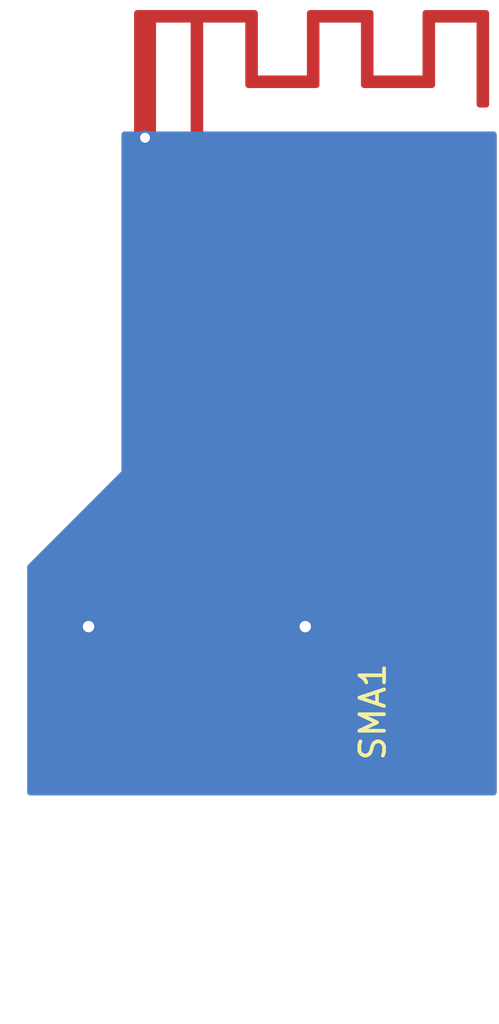
<source format=kicad_pcb>
(kicad_pcb (version 4) (host pcbnew 4.0.5)

  (general
    (links 10)
    (no_connects 0)
    (area 0 0 0 0)
    (thickness 1.6)
    (drawings 7)
    (tracks 1)
    (zones 0)
    (modules 1)
    (nets 2)
  )

  (page A4)
  (layers
    (0 F.Cu signal)
    (31 B.Cu signal)
    (32 B.Adhes user)
    (33 F.Adhes user)
    (34 B.Paste user)
    (35 F.Paste user)
    (36 B.SilkS user)
    (37 F.SilkS user)
    (38 B.Mask user)
    (39 F.Mask user)
    (40 Dwgs.User user hide)
    (41 Cmts.User user)
    (42 Eco1.User user hide)
    (43 Eco2.User user hide)
    (44 Edge.Cuts user)
    (45 Margin user)
    (46 B.CrtYd user)
    (47 F.CrtYd user)
    (48 B.Fab user)
    (49 F.Fab user)
  )

  (setup
    (last_trace_width 0.25)
    (user_trace_width 0.508)
    (user_trace_width 2.29108)
    (trace_clearance 0.2)
    (zone_clearance 0.508)
    (zone_45_only yes)
    (trace_min 0.2)
    (segment_width 0.2)
    (edge_width 0.09652)
    (via_size 0.6)
    (via_drill 0.4)
    (via_min_size 0.2794)
    (via_min_drill 0.3)
    (user_via 0.381 0.3048)
    (uvia_size 0.3)
    (uvia_drill 0.1)
    (uvias_allowed no)
    (uvia_min_size 0.2)
    (uvia_min_drill 0.1)
    (pcb_text_width 0.3)
    (pcb_text_size 1.5 1.5)
    (mod_edge_width 0.15)
    (mod_text_size 1 1)
    (mod_text_width 0.15)
    (pad_size 1.5 1.5)
    (pad_drill 0.6)
    (pad_to_mask_clearance 0)
    (aux_axis_origin 144.018 126.5047)
    (grid_origin 144.018 126.5047)
    (visible_elements 7FFFFFFF)
    (pcbplotparams
      (layerselection 0x030f0_80000001)
      (usegerberextensions false)
      (excludeedgelayer true)
      (linewidth 0.127000)
      (plotframeref false)
      (viasonmask false)
      (mode 1)
      (useauxorigin true)
      (hpglpennumber 1)
      (hpglpenspeed 20)
      (hpglpendiameter 15)
      (hpglpenoverlay 2)
      (psnegative false)
      (psa4output false)
      (plotreference true)
      (plotvalue true)
      (plotinvisibletext false)
      (padsonsilk false)
      (subtractmaskfromsilk false)
      (outputformat 1)
      (mirror false)
      (drillshape 0)
      (scaleselection 1)
      (outputdirectory ""))
  )

  (net 0 "")
  (net 1 GND)

  (net_class Default "This is the default net class."
    (clearance 0.2)
    (trace_width 0.25)
    (via_dia 0.6)
    (via_drill 0.4)
    (uvia_dia 0.3)
    (uvia_drill 0.1)
    (add_net GND)
  )

  (module Connectors_Molex:Molex_SMA_Jack_Edge_Mount (layer F.Cu) (tedit 587D2992) (tstamp 58AE1DF6)
    (at 150.876 121.412 90)
    (descr "Molex SMA Jack, Edge Mount, http://www.molex.com/pdm_docs/sd/732511150_sd.pdf")
    (tags "sma edge")
    (path /58AB8622)
    (attr smd)
    (fp_text reference SMA1 (at -1.72 7.11 90) (layer F.SilkS)
      (effects (font (size 1 1) (thickness 0.15)))
    )
    (fp_text value SMA_JPXSTEM1 (at -1.72 -7.11 90) (layer F.Fab)
      (effects (font (size 1 1) (thickness 0.15)))
    )
    (fp_line (start -4.76 -0.38) (end 0.49 -0.38) (layer F.Fab) (width 0.1))
    (fp_line (start -4.76 0.38) (end 0.49 0.38) (layer F.Fab) (width 0.1))
    (fp_line (start 0.49 -0.38) (end 0.49 0.38) (layer F.Fab) (width 0.1))
    (fp_line (start 0.49 3.75) (end 0.49 4.76) (layer F.Fab) (width 0.1))
    (fp_line (start 0.49 -4.76) (end 0.49 -3.75) (layer F.Fab) (width 0.1))
    (fp_line (start -14.29 -6.09) (end -14.29 6.09) (layer F.CrtYd) (width 0.05))
    (fp_line (start -14.29 6.09) (end 2.71 6.09) (layer F.CrtYd) (width 0.05))
    (fp_line (start 2.71 -6.09) (end 2.71 6.09) (layer B.CrtYd) (width 0.05))
    (fp_line (start -14.29 -6.09) (end 2.71 -6.09) (layer B.CrtYd) (width 0.05))
    (fp_line (start -14.29 -6.09) (end -14.29 6.09) (layer B.CrtYd) (width 0.05))
    (fp_line (start -14.29 6.09) (end 2.71 6.09) (layer B.CrtYd) (width 0.05))
    (fp_line (start 2.71 -6.09) (end 2.71 6.09) (layer F.CrtYd) (width 0.05))
    (fp_line (start 2.71 -6.09) (end -14.29 -6.09) (layer F.CrtYd) (width 0.05))
    (fp_line (start -4.76 -3.75) (end 0.49 -3.75) (layer F.Fab) (width 0.1))
    (fp_line (start -4.76 3.75) (end 0.49 3.75) (layer F.Fab) (width 0.1))
    (fp_line (start -13.79 -2.65) (end -5.91 -2.65) (layer F.Fab) (width 0.1))
    (fp_line (start -13.79 -2.65) (end -13.79 2.65) (layer F.Fab) (width 0.1))
    (fp_line (start -13.79 2.65) (end -5.91 2.65) (layer F.Fab) (width 0.1))
    (fp_line (start -4.76 -3.75) (end -4.76 3.75) (layer F.Fab) (width 0.1))
    (fp_line (start 0.49 -4.76) (end -5.91 -4.76) (layer F.Fab) (width 0.1))
    (fp_line (start -5.91 -4.76) (end -5.91 4.76) (layer F.Fab) (width 0.1))
    (fp_line (start -5.91 4.76) (end 0.49 4.76) (layer F.Fab) (width 0.1))
    (pad 1 smd rect (at -1.72 0 90) (size 5.08 2.29) (layers F.Cu F.Paste F.Mask)
      (net 1 GND))
    (pad 2 smd rect (at -1.72 -4.38 90) (size 5.08 2.42) (layers F.Cu F.Paste F.Mask)
      (net 1 GND))
    (pad 2 smd rect (at -1.72 4.38 90) (size 5.08 2.42) (layers F.Cu F.Paste F.Mask)
      (net 1 GND))
    (pad 2 smd rect (at -1.72 -4.38 90) (size 5.08 2.42) (layers B.Cu B.Paste B.Mask)
      (net 1 GND))
    (pad 2 smd rect (at -1.72 4.38 90) (size 5.08 2.42) (layers B.Cu B.Paste B.Mask)
      (net 1 GND))
    (pad 2 thru_hole circle (at 1.72 -4.38 90) (size 0.97 0.97) (drill 0.46) (layers *.Cu)
      (net 1 GND))
    (pad 2 thru_hole circle (at 1.72 4.38 90) (size 0.97 0.97) (drill 0.46) (layers *.Cu)
      (net 1 GND))
    (pad 2 smd rect (at 1.27 -4.38 90) (size 0.89 0.46) (layers F.Cu)
      (net 1 GND))
    (pad 2 smd rect (at 1.27 4.38 90) (size 0.89 0.46) (layers F.Cu)
      (net 1 GND))
    (pad 2 smd rect (at 1.27 -4.38 90) (size 0.89 0.46) (layers B.Cu)
      (net 1 GND))
    (pad 2 smd rect (at 1.27 4.38 90) (size 0.89 0.46) (layers B.Cu)
      (net 1 GND))
  )

  (gr_line (start 144.018 126.5047) (end 144.0307 126.5047) (angle 90) (layer Margin) (width 0.2))
  (gr_line (start 162.9918 126.5047) (end 144.018 126.5047) (angle 90) (layer Margin) (width 0.2))
  (gr_line (start 162.9918 94.5007) (end 162.9918 126.5047) (angle 90) (layer Margin) (width 0.2))
  (gr_line (start 147.828 94.5007) (end 162.9918 94.5007) (angle 90) (layer Margin) (width 0.2))
  (gr_line (start 147.828 113.4237) (end 147.828 94.5007) (angle 90) (layer Margin) (width 0.2))
  (gr_line (start 144.018 117.2337) (end 147.828 113.4237) (angle 90) (layer Margin) (width 0.2))
  (gr_line (start 144.018 126.5047) (end 144.018 117.2337) (angle 90) (layer Margin) (width 0.2))

  (via (at 148.7805 99.9617) (size 0.6) (drill 0.4) (layers F.Cu B.Cu) (net 0))

  (zone (net 1) (net_name GND) (layer F.Cu) (tstamp 58AE73CE) (hatch edge 0.508)
    (connect_pads yes (clearance 0.254))
    (min_thickness 0.254)
    (fill yes (mode segment) (arc_segments 16) (thermal_gap 0.508) (thermal_bridge_width 0.508))
    (polygon
      (pts
        (xy 153.3398 97.4471) (xy 155.321 97.4471) (xy 155.321 94.8055) (xy 158.0134 94.8055) (xy 158.0134 97.4471)
        (xy 159.9946 97.4471) (xy 159.9946 94.8055) (xy 162.687 94.8055) (xy 162.687 98.7425) (xy 162.179 98.7425)
        (xy 162.179 95.3135) (xy 160.5026 95.3135) (xy 160.5026 97.9551) (xy 157.5054 97.9551) (xy 157.5054 95.3135)
        (xy 155.829 95.3135) (xy 155.829 97.9551) (xy 152.8318 97.9551) (xy 152.8318 95.3135) (xy 151.13 95.3135)
        (xy 151.13 99.7077) (xy 152.019 100.7237) (xy 152.019 125.6665) (xy 149.733 125.6665) (xy 149.733 100.7237)
        (xy 150.622 99.7077) (xy 150.622 95.3135) (xy 149.225 95.3135) (xy 149.225 99.7077) (xy 150.368 99.7077)
        (xy 149.479 100.7237) (xy 149.479 125.9205) (xy 152.273 125.9205) (xy 152.273 100.7237) (xy 151.384 99.7077)
        (xy 162.9918 99.7077) (xy 162.9918 126.5047) (xy 144.018 126.5047) (xy 144.018 117.2337) (xy 147.828 113.4237)
        (xy 147.828 99.7077) (xy 148.336 99.7077) (xy 148.336 94.8055) (xy 153.3398 94.8055)
      )
    )
    (filled_polygon
      (pts
        (xy 153.2128 97.4471) (xy 153.222806 97.49651) (xy 153.251247 97.538135) (xy 153.293641 97.565415) (xy 153.3398 97.5741)
        (xy 155.321 97.5741) (xy 155.37041 97.564094) (xy 155.412035 97.535653) (xy 155.439315 97.493259) (xy 155.448 97.4471)
        (xy 155.448 94.9325) (xy 157.8864 94.9325) (xy 157.8864 97.4471) (xy 157.896406 97.49651) (xy 157.924847 97.538135)
        (xy 157.967241 97.565415) (xy 158.0134 97.5741) (xy 159.9946 97.5741) (xy 160.04401 97.564094) (xy 160.085635 97.535653)
        (xy 160.112915 97.493259) (xy 160.1216 97.4471) (xy 160.1216 94.9325) (xy 162.56 94.9325) (xy 162.56 98.6155)
        (xy 162.306 98.6155) (xy 162.306 95.3135) (xy 162.295994 95.26409) (xy 162.267553 95.222465) (xy 162.225159 95.195185)
        (xy 162.179 95.1865) (xy 160.5026 95.1865) (xy 160.45319 95.196506) (xy 160.411565 95.224947) (xy 160.384285 95.267341)
        (xy 160.3756 95.3135) (xy 160.3756 97.8281) (xy 157.6324 97.8281) (xy 157.6324 95.3135) (xy 157.622394 95.26409)
        (xy 157.593953 95.222465) (xy 157.551559 95.195185) (xy 157.5054 95.1865) (xy 155.829 95.1865) (xy 155.77959 95.196506)
        (xy 155.737965 95.224947) (xy 155.710685 95.267341) (xy 155.702 95.3135) (xy 155.702 97.8281) (xy 152.9588 97.8281)
        (xy 152.9588 95.3135) (xy 152.948794 95.26409) (xy 152.920353 95.222465) (xy 152.877959 95.195185) (xy 152.8318 95.1865)
        (xy 151.13 95.1865) (xy 151.08059 95.196506) (xy 151.038965 95.224947) (xy 151.011685 95.267341) (xy 151.003 95.3135)
        (xy 151.003 99.7077) (xy 151.013006 99.75711) (xy 151.034423 99.79133) (xy 151.892 100.771418) (xy 151.892 125.5395)
        (xy 149.86 125.5395) (xy 149.86 100.771418) (xy 150.717577 99.79133) (xy 150.742584 99.747556) (xy 150.749 99.7077)
        (xy 150.749 95.3135) (xy 150.738994 95.26409) (xy 150.710553 95.222465) (xy 150.668159 95.195185) (xy 150.622 95.1865)
        (xy 149.225 95.1865) (xy 149.17559 95.196506) (xy 149.133965 95.224947) (xy 149.106685 95.267341) (xy 149.098 95.3135)
        (xy 149.098 99.7077) (xy 149.108006 99.75711) (xy 149.136447 99.798735) (xy 149.178841 99.826015) (xy 149.225 99.8347)
        (xy 150.088122 99.8347) (xy 149.383423 100.64007) (xy 149.358416 100.683844) (xy 149.352 100.7237) (xy 149.352 125.9205)
        (xy 149.362006 125.96991) (xy 149.390447 126.011535) (xy 149.432841 126.038815) (xy 149.479 126.0475) (xy 152.273 126.0475)
        (xy 152.32241 126.037494) (xy 152.364035 126.009053) (xy 152.391315 125.966659) (xy 152.4 125.9205) (xy 152.4 100.7237)
        (xy 152.389994 100.67429) (xy 152.368577 100.64007) (xy 151.663878 99.8347) (xy 162.8648 99.8347) (xy 162.8648 126.3777)
        (xy 144.145 126.3777) (xy 144.145 117.286306) (xy 147.917803 113.513503) (xy 147.945666 113.471489) (xy 147.955 113.4237)
        (xy 147.955 99.8347) (xy 148.336 99.8347) (xy 148.38541 99.824694) (xy 148.427035 99.796253) (xy 148.454315 99.753859)
        (xy 148.463 99.7077) (xy 148.463 94.9325) (xy 153.2128 94.9325)
      )
    )
    (fill_segments
      (pts (xy 153.2128 94.9325) (xy 148.463 94.9325))
      (pts (xy 157.8864 94.9325) (xy 155.448 94.9325))
      (pts (xy 162.56 94.9325) (xy 160.1216 94.9325))
      (pts (xy 153.2128 95.1357) (xy 148.463 95.1357))
      (pts (xy 157.8864 95.1357) (xy 155.448 95.1357))
      (pts (xy 162.56 95.1357) (xy 160.1216 95.1357))
      (pts (xy 149.098 95.3389) (xy 148.463 95.3389))
      (pts (xy 151.003 95.3389) (xy 150.749 95.3389))
      (pts (xy 153.2128 95.3389) (xy 152.9588 95.3389))
      (pts (xy 155.702 95.3389) (xy 155.448 95.3389))
      (pts (xy 157.8864 95.3389) (xy 157.6324 95.3389))
      (pts (xy 160.3756 95.3389) (xy 160.1216 95.3389))
      (pts (xy 162.56 95.3389) (xy 162.306 95.3389))
      (pts (xy 149.098 95.5421) (xy 148.463 95.5421))
      (pts (xy 151.003 95.5421) (xy 150.749 95.5421))
      (pts (xy 153.2128 95.5421) (xy 152.9588 95.5421))
      (pts (xy 155.702 95.5421) (xy 155.448 95.5421))
      (pts (xy 157.8864 95.5421) (xy 157.6324 95.5421))
      (pts (xy 160.3756 95.5421) (xy 160.1216 95.5421))
      (pts (xy 162.56 95.5421) (xy 162.306 95.5421))
      (pts (xy 149.098 95.7453) (xy 148.463 95.7453))
      (pts (xy 151.003 95.7453) (xy 150.749 95.7453))
      (pts (xy 153.2128 95.7453) (xy 152.9588 95.7453))
      (pts (xy 155.702 95.7453) (xy 155.448 95.7453))
      (pts (xy 157.8864 95.7453) (xy 157.6324 95.7453))
      (pts (xy 160.3756 95.7453) (xy 160.1216 95.7453))
      (pts (xy 162.56 95.7453) (xy 162.306 95.7453))
      (pts (xy 149.098 95.9485) (xy 148.463 95.9485))
      (pts (xy 151.003 95.9485) (xy 150.749 95.9485))
      (pts (xy 153.2128 95.9485) (xy 152.9588 95.9485))
      (pts (xy 155.702 95.9485) (xy 155.448 95.9485))
      (pts (xy 157.8864 95.9485) (xy 157.6324 95.9485))
      (pts (xy 160.3756 95.9485) (xy 160.1216 95.9485))
      (pts (xy 162.56 95.9485) (xy 162.306 95.9485))
      (pts (xy 149.098 96.1517) (xy 148.463 96.1517))
      (pts (xy 151.003 96.1517) (xy 150.749 96.1517))
      (pts (xy 153.2128 96.1517) (xy 152.9588 96.1517))
      (pts (xy 155.702 96.1517) (xy 155.448 96.1517))
      (pts (xy 157.8864 96.1517) (xy 157.6324 96.1517))
      (pts (xy 160.3756 96.1517) (xy 160.1216 96.1517))
      (pts (xy 162.56 96.1517) (xy 162.306 96.1517))
      (pts (xy 149.098 96.3549) (xy 148.463 96.3549))
      (pts (xy 151.003 96.3549) (xy 150.749 96.3549))
      (pts (xy 153.2128 96.3549) (xy 152.9588 96.3549))
      (pts (xy 155.702 96.3549) (xy 155.448 96.3549))
      (pts (xy 157.8864 96.3549) (xy 157.6324 96.3549))
      (pts (xy 160.3756 96.3549) (xy 160.1216 96.3549))
      (pts (xy 162.56 96.3549) (xy 162.306 96.3549))
      (pts (xy 149.098 96.5581) (xy 148.463 96.5581))
      (pts (xy 151.003 96.5581) (xy 150.749 96.5581))
      (pts (xy 153.2128 96.5581) (xy 152.9588 96.5581))
      (pts (xy 155.702 96.5581) (xy 155.448 96.5581))
      (pts (xy 157.8864 96.5581) (xy 157.6324 96.5581))
      (pts (xy 160.3756 96.5581) (xy 160.1216 96.5581))
      (pts (xy 162.56 96.5581) (xy 162.306 96.5581))
      (pts (xy 149.098 96.7613) (xy 148.463 96.7613))
      (pts (xy 151.003 96.7613) (xy 150.749 96.7613))
      (pts (xy 153.2128 96.7613) (xy 152.9588 96.7613))
      (pts (xy 155.702 96.7613) (xy 155.448 96.7613))
      (pts (xy 157.8864 96.7613) (xy 157.6324 96.7613))
      (pts (xy 160.3756 96.7613) (xy 160.1216 96.7613))
      (pts (xy 162.56 96.7613) (xy 162.306 96.7613))
      (pts (xy 149.098 96.9645) (xy 148.463 96.9645))
      (pts (xy 151.003 96.9645) (xy 150.749 96.9645))
      (pts (xy 153.2128 96.9645) (xy 152.9588 96.9645))
      (pts (xy 155.702 96.9645) (xy 155.448 96.9645))
      (pts (xy 157.8864 96.9645) (xy 157.6324 96.9645))
      (pts (xy 160.3756 96.9645) (xy 160.1216 96.9645))
      (pts (xy 162.56 96.9645) (xy 162.306 96.9645))
      (pts (xy 149.098 97.1677) (xy 148.463 97.1677))
      (pts (xy 151.003 97.1677) (xy 150.749 97.1677))
      (pts (xy 153.2128 97.1677) (xy 152.9588 97.1677))
      (pts (xy 155.702 97.1677) (xy 155.448 97.1677))
      (pts (xy 157.8864 97.1677) (xy 157.6324 97.1677))
      (pts (xy 160.3756 97.1677) (xy 160.1216 97.1677))
      (pts (xy 162.56 97.1677) (xy 162.306 97.1677))
      (pts (xy 149.098 97.3709) (xy 148.463 97.3709))
      (pts (xy 151.003 97.3709) (xy 150.749 97.3709))
      (pts (xy 153.2128 97.3709) (xy 152.9588 97.3709))
      (pts (xy 155.702 97.3709) (xy 155.448 97.3709))
      (pts (xy 157.8864 97.3709) (xy 157.6324 97.3709))
      (pts (xy 160.3756 97.3709) (xy 160.1216 97.3709))
      (pts (xy 162.56 97.3709) (xy 162.306 97.3709))
      (pts (xy 149.098 97.5741) (xy 148.463 97.5741))
      (pts (xy 151.003 97.5741) (xy 150.749 97.5741))
      (pts (xy 155.702 97.5741) (xy 152.9588 97.5741))
      (pts (xy 160.3756 97.5741) (xy 157.6324 97.5741))
      (pts (xy 162.56 97.5741) (xy 162.306 97.5741))
      (pts (xy 149.098 97.7773) (xy 148.463 97.7773))
      (pts (xy 151.003 97.7773) (xy 150.749 97.7773))
      (pts (xy 155.702 97.7773) (xy 152.9588 97.7773))
      (pts (xy 160.3756 97.7773) (xy 157.6324 97.7773))
      (pts (xy 162.56 97.7773) (xy 162.306 97.7773))
      (pts (xy 149.098 97.9805) (xy 148.463 97.9805))
      (pts (xy 151.003 97.9805) (xy 150.749 97.9805))
      (pts (xy 162.56 97.9805) (xy 162.306 97.9805))
      (pts (xy 149.098 98.1837) (xy 148.463 98.1837))
      (pts (xy 151.003 98.1837) (xy 150.749 98.1837))
      (pts (xy 162.56 98.1837) (xy 162.306 98.1837))
      (pts (xy 149.098 98.3869) (xy 148.463 98.3869))
      (pts (xy 151.003 98.3869) (xy 150.749 98.3869))
      (pts (xy 162.56 98.3869) (xy 162.306 98.3869))
      (pts (xy 149.098 98.5901) (xy 148.463 98.5901))
      (pts (xy 151.003 98.5901) (xy 150.749 98.5901))
      (pts (xy 162.56 98.5901) (xy 162.306 98.5901))
      (pts (xy 149.098 98.7933) (xy 148.463 98.7933))
      (pts (xy 151.003 98.7933) (xy 150.749 98.7933))
      (pts (xy 149.098 98.9965) (xy 148.463 98.9965))
      (pts (xy 151.003 98.9965) (xy 150.749 98.9965))
      (pts (xy 149.098 99.1997) (xy 148.463 99.1997))
      (pts (xy 151.003 99.1997) (xy 150.749 99.1997))
      (pts (xy 149.098 99.4029) (xy 148.463 99.4029))
      (pts (xy 151.003 99.4029) (xy 150.749 99.4029))
      (pts (xy 149.098 99.6061) (xy 148.463 99.6061))
      (pts (xy 151.003 99.6061) (xy 150.749 99.6061))
      (pts (xy 149.152865 99.8093) (xy 148.407939 99.8093))
      (pts (xy 151.050146 99.8093) (xy 150.701853 99.8093))
      (pts (xy 149.932547 100.0125) (xy 147.955 100.0125))
      (pts (xy 151.227946 100.0125) (xy 150.524053 100.0125))
      (pts (xy 162.8648 100.0125) (xy 151.819454 100.0125))
      (pts (xy 149.754747 100.2157) (xy 147.955 100.2157))
      (pts (xy 151.405746 100.2157) (xy 150.346253 100.2157))
      (pts (xy 162.8648 100.2157) (xy 151.997254 100.2157))
      (pts (xy 149.576947 100.4189) (xy 147.955 100.4189))
      (pts (xy 151.583546 100.4189) (xy 150.168453 100.4189))
      (pts (xy 162.8648 100.4189) (xy 152.175054 100.4189))
      (pts (xy 149.399147 100.6221) (xy 147.955 100.6221))
      (pts (xy 151.761346 100.6221) (xy 149.990653 100.6221))
      (pts (xy 162.8648 100.6221) (xy 152.352854 100.6221))
      (pts (xy 149.352 100.8253) (xy 147.955 100.8253))
      (pts (xy 151.892 100.8253) (xy 149.86 100.8253))
      (pts (xy 162.8648 100.8253) (xy 152.4 100.8253))
      (pts (xy 149.352 101.0285) (xy 147.955 101.0285))
      (pts (xy 151.892 101.0285) (xy 149.86 101.0285))
      (pts (xy 162.8648 101.0285) (xy 152.4 101.0285))
      (pts (xy 149.352 101.2317) (xy 147.955 101.2317))
      (pts (xy 151.892 101.2317) (xy 149.86 101.2317))
      (pts (xy 162.8648 101.2317) (xy 152.4 101.2317))
      (pts (xy 149.352 101.4349) (xy 147.955 101.4349))
      (pts (xy 151.892 101.4349) (xy 149.86 101.4349))
      (pts (xy 162.8648 101.4349) (xy 152.4 101.4349))
      (pts (xy 149.352 101.6381) (xy 147.955 101.6381))
      (pts (xy 151.892 101.6381) (xy 149.86 101.6381))
      (pts (xy 162.8648 101.6381) (xy 152.4 101.6381))
      (pts (xy 149.352 101.8413) (xy 147.955 101.8413))
      (pts (xy 151.892 101.8413) (xy 149.86 101.8413))
      (pts (xy 162.8648 101.8413) (xy 152.4 101.8413))
      (pts (xy 149.352 102.0445) (xy 147.955 102.0445))
      (pts (xy 151.892 102.0445) (xy 149.86 102.0445))
      (pts (xy 162.8648 102.0445) (xy 152.4 102.0445))
      (pts (xy 149.352 102.2477) (xy 147.955 102.2477))
      (pts (xy 151.892 102.2477) (xy 149.86 102.2477))
      (pts (xy 162.8648 102.2477) (xy 152.4 102.2477))
      (pts (xy 149.352 102.4509) (xy 147.955 102.4509))
      (pts (xy 151.892 102.4509) (xy 149.86 102.4509))
      (pts (xy 162.8648 102.4509) (xy 152.4 102.4509))
      (pts (xy 149.352 102.6541) (xy 147.955 102.6541))
      (pts (xy 151.892 102.6541) (xy 149.86 102.6541))
      (pts (xy 162.8648 102.6541) (xy 152.4 102.6541))
      (pts (xy 149.352 102.8573) (xy 147.955 102.8573))
      (pts (xy 151.892 102.8573) (xy 149.86 102.8573))
      (pts (xy 162.8648 102.8573) (xy 152.4 102.8573))
      (pts (xy 149.352 103.0605) (xy 147.955 103.0605))
      (pts (xy 151.892 103.0605) (xy 149.86 103.0605))
      (pts (xy 162.8648 103.0605) (xy 152.4 103.0605))
      (pts (xy 149.352 103.2637) (xy 147.955 103.2637))
      (pts (xy 151.892 103.2637) (xy 149.86 103.2637))
      (pts (xy 162.8648 103.2637) (xy 152.4 103.2637))
      (pts (xy 149.352 103.4669) (xy 147.955 103.4669))
      (pts (xy 151.892 103.4669) (xy 149.86 103.4669))
      (pts (xy 162.8648 103.4669) (xy 152.4 103.4669))
      (pts (xy 149.352 103.6701) (xy 147.955 103.6701))
      (pts (xy 151.892 103.6701) (xy 149.86 103.6701))
      (pts (xy 162.8648 103.6701) (xy 152.4 103.6701))
      (pts (xy 149.352 103.8733) (xy 147.955 103.8733))
      (pts (xy 151.892 103.8733) (xy 149.86 103.8733))
      (pts (xy 162.8648 103.8733) (xy 152.4 103.8733))
      (pts (xy 149.352 104.0765) (xy 147.955 104.0765))
      (pts (xy 151.892 104.0765) (xy 149.86 104.0765))
      (pts (xy 162.8648 104.0765) (xy 152.4 104.0765))
      (pts (xy 149.352 104.2797) (xy 147.955 104.2797))
      (pts (xy 151.892 104.2797) (xy 149.86 104.2797))
      (pts (xy 162.8648 104.2797) (xy 152.4 104.2797))
      (pts (xy 149.352 104.4829) (xy 147.955 104.4829))
      (pts (xy 151.892 104.4829) (xy 149.86 104.4829))
      (pts (xy 162.8648 104.4829) (xy 152.4 104.4829))
      (pts (xy 149.352 104.6861) (xy 147.955 104.6861))
      (pts (xy 151.892 104.6861) (xy 149.86 104.6861))
      (pts (xy 162.8648 104.6861) (xy 152.4 104.6861))
      (pts (xy 149.352 104.8893) (xy 147.955 104.8893))
      (pts (xy 151.892 104.8893) (xy 149.86 104.8893))
      (pts (xy 162.8648 104.8893) (xy 152.4 104.8893))
      (pts (xy 149.352 105.0925) (xy 147.955 105.0925))
      (pts (xy 151.892 105.0925) (xy 149.86 105.0925))
      (pts (xy 162.8648 105.0925) (xy 152.4 105.0925))
      (pts (xy 149.352 105.2957) (xy 147.955 105.2957))
      (pts (xy 151.892 105.2957) (xy 149.86 105.2957))
      (pts (xy 162.8648 105.2957) (xy 152.4 105.2957))
      (pts (xy 149.352 105.4989) (xy 147.955 105.4989))
      (pts (xy 151.892 105.4989) (xy 149.86 105.4989))
      (pts (xy 162.8648 105.4989) (xy 152.4 105.4989))
      (pts (xy 149.352 105.7021) (xy 147.955 105.7021))
      (pts (xy 151.892 105.7021) (xy 149.86 105.7021))
      (pts (xy 162.8648 105.7021) (xy 152.4 105.7021))
      (pts (xy 149.352 105.9053) (xy 147.955 105.9053))
      (pts (xy 151.892 105.9053) (xy 149.86 105.9053))
      (pts (xy 162.8648 105.9053) (xy 152.4 105.9053))
      (pts (xy 149.352 106.1085) (xy 147.955 106.1085))
      (pts (xy 151.892 106.1085) (xy 149.86 106.1085))
      (pts (xy 162.8648 106.1085) (xy 152.4 106.1085))
      (pts (xy 149.352 106.3117) (xy 147.955 106.3117))
      (pts (xy 151.892 106.3117) (xy 149.86 106.3117))
      (pts (xy 162.8648 106.3117) (xy 152.4 106.3117))
      (pts (xy 149.352 106.5149) (xy 147.955 106.5149))
      (pts (xy 151.892 106.5149) (xy 149.86 106.5149))
      (pts (xy 162.8648 106.5149) (xy 152.4 106.5149))
      (pts (xy 149.352 106.7181) (xy 147.955 106.7181))
      (pts (xy 151.892 106.7181) (xy 149.86 106.7181))
      (pts (xy 162.8648 106.7181) (xy 152.4 106.7181))
      (pts (xy 149.352 106.9213) (xy 147.955 106.9213))
      (pts (xy 151.892 106.9213) (xy 149.86 106.9213))
      (pts (xy 162.8648 106.9213) (xy 152.4 106.9213))
      (pts (xy 149.352 107.1245) (xy 147.955 107.1245))
      (pts (xy 151.892 107.1245) (xy 149.86 107.1245))
      (pts (xy 162.8648 107.1245) (xy 152.4 107.1245))
      (pts (xy 149.352 107.3277) (xy 147.955 107.3277))
      (pts (xy 151.892 107.3277) (xy 149.86 107.3277))
      (pts (xy 162.8648 107.3277) (xy 152.4 107.3277))
      (pts (xy 149.352 107.5309) (xy 147.955 107.5309))
      (pts (xy 151.892 107.5309) (xy 149.86 107.5309))
      (pts (xy 162.8648 107.5309) (xy 152.4 107.5309))
      (pts (xy 149.352 107.7341) (xy 147.955 107.7341))
      (pts (xy 151.892 107.7341) (xy 149.86 107.7341))
      (pts (xy 162.8648 107.7341) (xy 152.4 107.7341))
      (pts (xy 149.352 107.9373) (xy 147.955 107.9373))
      (pts (xy 151.892 107.9373) (xy 149.86 107.9373))
      (pts (xy 162.8648 107.9373) (xy 152.4 107.9373))
      (pts (xy 149.352 108.1405) (xy 147.955 108.1405))
      (pts (xy 151.892 108.1405) (xy 149.86 108.1405))
      (pts (xy 162.8648 108.1405) (xy 152.4 108.1405))
      (pts (xy 149.352 108.3437) (xy 147.955 108.3437))
      (pts (xy 151.892 108.3437) (xy 149.86 108.3437))
      (pts (xy 162.8648 108.3437) (xy 152.4 108.3437))
      (pts (xy 149.352 108.5469) (xy 147.955 108.5469))
      (pts (xy 151.892 108.5469) (xy 149.86 108.5469))
      (pts (xy 162.8648 108.5469) (xy 152.4 108.5469))
      (pts (xy 149.352 108.7501) (xy 147.955 108.7501))
      (pts (xy 151.892 108.7501) (xy 149.86 108.7501))
      (pts (xy 162.8648 108.7501) (xy 152.4 108.7501))
      (pts (xy 149.352 108.9533) (xy 147.955 108.9533))
      (pts (xy 151.892 108.9533) (xy 149.86 108.9533))
      (pts (xy 162.8648 108.9533) (xy 152.4 108.9533))
      (pts (xy 149.352 109.1565) (xy 147.955 109.1565))
      (pts (xy 151.892 109.1565) (xy 149.86 109.1565))
      (pts (xy 162.8648 109.1565) (xy 152.4 109.1565))
      (pts (xy 149.352 109.3597) (xy 147.955 109.3597))
      (pts (xy 151.892 109.3597) (xy 149.86 109.3597))
      (pts (xy 162.8648 109.3597) (xy 152.4 109.3597))
      (pts (xy 149.352 109.5629) (xy 147.955 109.5629))
      (pts (xy 151.892 109.5629) (xy 149.86 109.5629))
      (pts (xy 162.8648 109.5629) (xy 152.4 109.5629))
      (pts (xy 149.352 109.7661) (xy 147.955 109.7661))
      (pts (xy 151.892 109.7661) (xy 149.86 109.7661))
      (pts (xy 162.8648 109.7661) (xy 152.4 109.7661))
      (pts (xy 149.352 109.9693) (xy 147.955 109.9693))
      (pts (xy 151.892 109.9693) (xy 149.86 109.9693))
      (pts (xy 162.8648 109.9693) (xy 152.4 109.9693))
      (pts (xy 149.352 110.1725) (xy 147.955 110.1725))
      (pts (xy 151.892 110.1725) (xy 149.86 110.1725))
      (pts (xy 162.8648 110.1725) (xy 152.4 110.1725))
      (pts (xy 149.352 110.3757) (xy 147.955 110.3757))
      (pts (xy 151.892 110.3757) (xy 149.86 110.3757))
      (pts (xy 162.8648 110.3757) (xy 152.4 110.3757))
      (pts (xy 149.352 110.5789) (xy 147.955 110.5789))
      (pts (xy 151.892 110.5789) (xy 149.86 110.5789))
      (pts (xy 162.8648 110.5789) (xy 152.4 110.5789))
      (pts (xy 149.352 110.7821) (xy 147.955 110.7821))
      (pts (xy 151.892 110.7821) (xy 149.86 110.7821))
      (pts (xy 162.8648 110.7821) (xy 152.4 110.7821))
      (pts (xy 149.352 110.9853) (xy 147.955 110.9853))
      (pts (xy 151.892 110.9853) (xy 149.86 110.9853))
      (pts (xy 162.8648 110.9853) (xy 152.4 110.9853))
      (pts (xy 149.352 111.1885) (xy 147.955 111.1885))
      (pts (xy 151.892 111.1885) (xy 149.86 111.1885))
      (pts (xy 162.8648 111.1885) (xy 152.4 111.1885))
      (pts (xy 149.352 111.3917) (xy 147.955 111.3917))
      (pts (xy 151.892 111.3917) (xy 149.86 111.3917))
      (pts (xy 162.8648 111.3917) (xy 152.4 111.3917))
      (pts (xy 149.352 111.5949) (xy 147.955 111.5949))
      (pts (xy 151.892 111.5949) (xy 149.86 111.5949))
      (pts (xy 162.8648 111.5949) (xy 152.4 111.5949))
      (pts (xy 149.352 111.7981) (xy 147.955 111.7981))
      (pts (xy 151.892 111.7981) (xy 149.86 111.7981))
      (pts (xy 162.8648 111.7981) (xy 152.4 111.7981))
      (pts (xy 149.352 112.0013) (xy 147.955 112.0013))
      (pts (xy 151.892 112.0013) (xy 149.86 112.0013))
      (pts (xy 162.8648 112.0013) (xy 152.4 112.0013))
      (pts (xy 149.352 112.2045) (xy 147.955 112.2045))
      (pts (xy 151.892 112.2045) (xy 149.86 112.2045))
      (pts (xy 162.8648 112.2045) (xy 152.4 112.2045))
      (pts (xy 149.352 112.4077) (xy 147.955 112.4077))
      (pts (xy 151.892 112.4077) (xy 149.86 112.4077))
      (pts (xy 162.8648 112.4077) (xy 152.4 112.4077))
      (pts (xy 149.352 112.6109) (xy 147.955 112.6109))
      (pts (xy 151.892 112.6109) (xy 149.86 112.6109))
      (pts (xy 162.8648 112.6109) (xy 152.4 112.6109))
      (pts (xy 149.352 112.8141) (xy 147.955 112.8141))
      (pts (xy 151.892 112.8141) (xy 149.86 112.8141))
      (pts (xy 162.8648 112.8141) (xy 152.4 112.8141))
      (pts (xy 149.352 113.0173) (xy 147.955 113.0173))
      (pts (xy 151.892 113.0173) (xy 149.86 113.0173))
      (pts (xy 162.8648 113.0173) (xy 152.4 113.0173))
      (pts (xy 149.352 113.2205) (xy 147.955 113.2205))
      (pts (xy 151.892 113.2205) (xy 149.86 113.2205))
      (pts (xy 162.8648 113.2205) (xy 152.4 113.2205))
      (pts (xy 149.352 113.4237) (xy 147.955 113.4237))
      (pts (xy 151.892 113.4237) (xy 149.86 113.4237))
      (pts (xy 162.8648 113.4237) (xy 152.4 113.4237))
      (pts (xy 149.352 113.6269) (xy 147.804406 113.6269))
      (pts (xy 151.892 113.6269) (xy 149.86 113.6269))
      (pts (xy 162.8648 113.6269) (xy 152.4 113.6269))
      (pts (xy 149.352 113.8301) (xy 147.601206 113.8301))
      (pts (xy 151.892 113.8301) (xy 149.86 113.8301))
      (pts (xy 162.8648 113.8301) (xy 152.4 113.8301))
      (pts (xy 149.352 114.0333) (xy 147.398006 114.0333))
      (pts (xy 151.892 114.0333) (xy 149.86 114.0333))
      (pts (xy 162.8648 114.0333) (xy 152.4 114.0333))
      (pts (xy 149.352 114.2365) (xy 147.194806 114.2365))
      (pts (xy 151.892 114.2365) (xy 149.86 114.2365))
      (pts (xy 162.8648 114.2365) (xy 152.4 114.2365))
      (pts (xy 149.352 114.4397) (xy 146.991606 114.4397))
      (pts (xy 151.892 114.4397) (xy 149.86 114.4397))
      (pts (xy 162.8648 114.4397) (xy 152.4 114.4397))
      (pts (xy 149.352 114.6429) (xy 146.788406 114.6429))
      (pts (xy 151.892 114.6429) (xy 149.86 114.6429))
      (pts (xy 162.8648 114.6429) (xy 152.4 114.6429))
      (pts (xy 149.352 114.8461) (xy 146.585206 114.8461))
      (pts (xy 151.892 114.8461) (xy 149.86 114.8461))
      (pts (xy 162.8648 114.8461) (xy 152.4 114.8461))
      (pts (xy 149.352 115.0493) (xy 146.382006 115.0493))
      (pts (xy 151.892 115.0493) (xy 149.86 115.0493))
      (pts (xy 162.8648 115.0493) (xy 152.4 115.0493))
      (pts (xy 149.352 115.2525) (xy 146.178806 115.2525))
      (pts (xy 151.892 115.2525) (xy 149.86 115.2525))
      (pts (xy 162.8648 115.2525) (xy 152.4 115.2525))
      (pts (xy 149.352 115.4557) (xy 145.975606 115.4557))
      (pts (xy 151.892 115.4557) (xy 149.86 115.4557))
      (pts (xy 162.8648 115.4557) (xy 152.4 115.4557))
      (pts (xy 149.352 115.6589) (xy 145.772406 115.6589))
      (pts (xy 151.892 115.6589) (xy 149.86 115.6589))
      (pts (xy 162.8648 115.6589) (xy 152.4 115.6589))
      (pts (xy 149.352 115.8621) (xy 145.569206 115.8621))
      (pts (xy 151.892 115.8621) (xy 149.86 115.8621))
      (pts (xy 162.8648 115.8621) (xy 152.4 115.8621))
      (pts (xy 149.352 116.0653) (xy 145.366006 116.0653))
      (pts (xy 151.892 116.0653) (xy 149.86 116.0653))
      (pts (xy 162.8648 116.0653) (xy 152.4 116.0653))
      (pts (xy 149.352 116.2685) (xy 145.162806 116.2685))
      (pts (xy 151.892 116.2685) (xy 149.86 116.2685))
      (pts (xy 162.8648 116.2685) (xy 152.4 116.2685))
      (pts (xy 149.352 116.4717) (xy 144.959606 116.4717))
      (pts (xy 151.892 116.4717) (xy 149.86 116.4717))
      (pts (xy 162.8648 116.4717) (xy 152.4 116.4717))
      (pts (xy 149.352 116.6749) (xy 144.756406 116.6749))
      (pts (xy 151.892 116.6749) (xy 149.86 116.6749))
      (pts (xy 162.8648 116.6749) (xy 152.4 116.6749))
      (pts (xy 149.352 116.8781) (xy 144.553206 116.8781))
      (pts (xy 151.892 116.8781) (xy 149.86 116.8781))
      (pts (xy 162.8648 116.8781) (xy 152.4 116.8781))
      (pts (xy 149.352 117.0813) (xy 144.350006 117.0813))
      (pts (xy 151.892 117.0813) (xy 149.86 117.0813))
      (pts (xy 162.8648 117.0813) (xy 152.4 117.0813))
      (pts (xy 149.352 117.2845) (xy 144.146806 117.2845))
      (pts (xy 151.892 117.2845) (xy 149.86 117.2845))
      (pts (xy 162.8648 117.2845) (xy 152.4 117.2845))
      (pts (xy 149.352 117.4877) (xy 144.145 117.4877))
      (pts (xy 151.892 117.4877) (xy 149.86 117.4877))
      (pts (xy 162.8648 117.4877) (xy 152.4 117.4877))
      (pts (xy 149.352 117.6909) (xy 144.145 117.6909))
      (pts (xy 151.892 117.6909) (xy 149.86 117.6909))
      (pts (xy 162.8648 117.6909) (xy 152.4 117.6909))
      (pts (xy 149.352 117.8941) (xy 144.145 117.8941))
      (pts (xy 151.892 117.8941) (xy 149.86 117.8941))
      (pts (xy 162.8648 117.8941) (xy 152.4 117.8941))
      (pts (xy 149.352 118.0973) (xy 144.145 118.0973))
      (pts (xy 151.892 118.0973) (xy 149.86 118.0973))
      (pts (xy 162.8648 118.0973) (xy 152.4 118.0973))
      (pts (xy 149.352 118.3005) (xy 144.145 118.3005))
      (pts (xy 151.892 118.3005) (xy 149.86 118.3005))
      (pts (xy 162.8648 118.3005) (xy 152.4 118.3005))
      (pts (xy 149.352 118.5037) (xy 144.145 118.5037))
      (pts (xy 151.892 118.5037) (xy 149.86 118.5037))
      (pts (xy 162.8648 118.5037) (xy 152.4 118.5037))
      (pts (xy 149.352 118.7069) (xy 144.145 118.7069))
      (pts (xy 151.892 118.7069) (xy 149.86 118.7069))
      (pts (xy 162.8648 118.7069) (xy 152.4 118.7069))
      (pts (xy 149.352 118.9101) (xy 144.145 118.9101))
      (pts (xy 151.892 118.9101) (xy 149.86 118.9101))
      (pts (xy 162.8648 118.9101) (xy 152.4 118.9101))
      (pts (xy 149.352 119.1133) (xy 144.145 119.1133))
      (pts (xy 151.892 119.1133) (xy 149.86 119.1133))
      (pts (xy 162.8648 119.1133) (xy 152.4 119.1133))
      (pts (xy 149.352 119.3165) (xy 144.145 119.3165))
      (pts (xy 151.892 119.3165) (xy 149.86 119.3165))
      (pts (xy 162.8648 119.3165) (xy 152.4 119.3165))
      (pts (xy 149.352 119.5197) (xy 144.145 119.5197))
      (pts (xy 151.892 119.5197) (xy 149.86 119.5197))
      (pts (xy 162.8648 119.5197) (xy 152.4 119.5197))
      (pts (xy 149.352 119.7229) (xy 144.145 119.7229))
      (pts (xy 151.892 119.7229) (xy 149.86 119.7229))
      (pts (xy 162.8648 119.7229) (xy 152.4 119.7229))
      (pts (xy 149.352 119.9261) (xy 144.145 119.9261))
      (pts (xy 151.892 119.9261) (xy 149.86 119.9261))
      (pts (xy 162.8648 119.9261) (xy 152.4 119.9261))
      (pts (xy 149.352 120.1293) (xy 144.145 120.1293))
      (pts (xy 151.892 120.1293) (xy 149.86 120.1293))
      (pts (xy 162.8648 120.1293) (xy 152.4 120.1293))
      (pts (xy 149.352 120.3325) (xy 144.145 120.3325))
      (pts (xy 151.892 120.3325) (xy 149.86 120.3325))
      (pts (xy 162.8648 120.3325) (xy 152.4 120.3325))
      (pts (xy 149.352 120.5357) (xy 144.145 120.5357))
      (pts (xy 151.892 120.5357) (xy 149.86 120.5357))
      (pts (xy 162.8648 120.5357) (xy 152.4 120.5357))
      (pts (xy 149.352 120.7389) (xy 144.145 120.7389))
      (pts (xy 151.892 120.7389) (xy 149.86 120.7389))
      (pts (xy 162.8648 120.7389) (xy 152.4 120.7389))
      (pts (xy 149.352 120.9421) (xy 144.145 120.9421))
      (pts (xy 151.892 120.9421) (xy 149.86 120.9421))
      (pts (xy 162.8648 120.9421) (xy 152.4 120.9421))
      (pts (xy 149.352 121.1453) (xy 144.145 121.1453))
      (pts (xy 151.892 121.1453) (xy 149.86 121.1453))
      (pts (xy 162.8648 121.1453) (xy 152.4 121.1453))
      (pts (xy 149.352 121.3485) (xy 144.145 121.3485))
      (pts (xy 151.892 121.3485) (xy 149.86 121.3485))
      (pts (xy 162.8648 121.3485) (xy 152.4 121.3485))
      (pts (xy 149.352 121.5517) (xy 144.145 121.5517))
      (pts (xy 151.892 121.5517) (xy 149.86 121.5517))
      (pts (xy 162.8648 121.5517) (xy 152.4 121.5517))
      (pts (xy 149.352 121.7549) (xy 144.145 121.7549))
      (pts (xy 151.892 121.7549) (xy 149.86 121.7549))
      (pts (xy 162.8648 121.7549) (xy 152.4 121.7549))
      (pts (xy 149.352 121.9581) (xy 144.145 121.9581))
      (pts (xy 151.892 121.9581) (xy 149.86 121.9581))
      (pts (xy 162.8648 121.9581) (xy 152.4 121.9581))
      (pts (xy 149.352 122.1613) (xy 144.145 122.1613))
      (pts (xy 151.892 122.1613) (xy 149.86 122.1613))
      (pts (xy 162.8648 122.1613) (xy 152.4 122.1613))
      (pts (xy 149.352 122.3645) (xy 144.145 122.3645))
      (pts (xy 151.892 122.3645) (xy 149.86 122.3645))
      (pts (xy 162.8648 122.3645) (xy 152.4 122.3645))
      (pts (xy 149.352 122.5677) (xy 144.145 122.5677))
      (pts (xy 151.892 122.5677) (xy 149.86 122.5677))
      (pts (xy 162.8648 122.5677) (xy 152.4 122.5677))
      (pts (xy 149.352 122.7709) (xy 144.145 122.7709))
      (pts (xy 151.892 122.7709) (xy 149.86 122.7709))
      (pts (xy 162.8648 122.7709) (xy 152.4 122.7709))
      (pts (xy 149.352 122.9741) (xy 144.145 122.9741))
      (pts (xy 151.892 122.9741) (xy 149.86 122.9741))
      (pts (xy 162.8648 122.9741) (xy 152.4 122.9741))
      (pts (xy 149.352 123.1773) (xy 144.145 123.1773))
      (pts (xy 151.892 123.1773) (xy 149.86 123.1773))
      (pts (xy 162.8648 123.1773) (xy 152.4 123.1773))
      (pts (xy 149.352 123.3805) (xy 144.145 123.3805))
      (pts (xy 151.892 123.3805) (xy 149.86 123.3805))
      (pts (xy 162.8648 123.3805) (xy 152.4 123.3805))
      (pts (xy 149.352 123.5837) (xy 144.145 123.5837))
      (pts (xy 151.892 123.5837) (xy 149.86 123.5837))
      (pts (xy 162.8648 123.5837) (xy 152.4 123.5837))
      (pts (xy 149.352 123.7869) (xy 144.145 123.7869))
      (pts (xy 151.892 123.7869) (xy 149.86 123.7869))
      (pts (xy 162.8648 123.7869) (xy 152.4 123.7869))
      (pts (xy 149.352 123.9901) (xy 144.145 123.9901))
      (pts (xy 151.892 123.9901) (xy 149.86 123.9901))
      (pts (xy 162.8648 123.9901) (xy 152.4 123.9901))
      (pts (xy 149.352 124.1933) (xy 144.145 124.1933))
      (pts (xy 151.892 124.1933) (xy 149.86 124.1933))
      (pts (xy 162.8648 124.1933) (xy 152.4 124.1933))
      (pts (xy 149.352 124.3965) (xy 144.145 124.3965))
      (pts (xy 151.892 124.3965) (xy 149.86 124.3965))
      (pts (xy 162.8648 124.3965) (xy 152.4 124.3965))
      (pts (xy 149.352 124.5997) (xy 144.145 124.5997))
      (pts (xy 151.892 124.5997) (xy 149.86 124.5997))
      (pts (xy 162.8648 124.5997) (xy 152.4 124.5997))
      (pts (xy 149.352 124.8029) (xy 144.145 124.8029))
      (pts (xy 151.892 124.8029) (xy 149.86 124.8029))
      (pts (xy 162.8648 124.8029) (xy 152.4 124.8029))
      (pts (xy 149.352 125.0061) (xy 144.145 125.0061))
      (pts (xy 151.892 125.0061) (xy 149.86 125.0061))
      (pts (xy 162.8648 125.0061) (xy 152.4 125.0061))
      (pts (xy 149.352 125.2093) (xy 144.145 125.2093))
      (pts (xy 151.892 125.2093) (xy 149.86 125.2093))
      (pts (xy 162.8648 125.2093) (xy 152.4 125.2093))
      (pts (xy 149.352 125.4125) (xy 144.145 125.4125))
      (pts (xy 151.892 125.4125) (xy 149.86 125.4125))
      (pts (xy 162.8648 125.4125) (xy 152.4 125.4125))
      (pts (xy 149.352 125.6157) (xy 144.145 125.6157))
      (pts (xy 162.8648 125.6157) (xy 152.4 125.6157))
      (pts (xy 149.352 125.8189) (xy 144.145 125.8189))
      (pts (xy 162.8648 125.8189) (xy 152.4 125.8189))
      (pts (xy 149.406865 126.0221) (xy 144.145 126.0221))
      (pts (xy 162.8648 126.0221) (xy 152.344939 126.0221))
      (pts (xy 162.8648 126.2253) (xy 144.145 126.2253))
    )
  )
  (zone (net 1) (net_name GND) (layer B.Cu) (tstamp 58AE73CE) (hatch edge 0.508)
    (connect_pads yes (clearance 0.254))
    (min_thickness 0.254)
    (fill yes (mode segment) (arc_segments 16) (thermal_gap 0.508) (thermal_bridge_width 0.508))
    (polygon
      (pts
        (xy 162.9918 126.5047) (xy 144.018 126.5047) (xy 144.018 117.2337) (xy 147.828 113.4237) (xy 147.828 99.7077)
        (xy 162.9918 99.7077)
      )
    )
    (filled_polygon
      (pts
        (xy 162.8648 126.3777) (xy 144.145 126.3777) (xy 144.145 117.286306) (xy 147.917803 113.513503) (xy 147.945666 113.471489)
        (xy 147.955 113.4237) (xy 147.955 99.8347) (xy 162.8648 99.8347)
      )
    )
    (fill_segments
      (pts (xy 162.8648 99.8347) (xy 147.955 99.8347))
      (pts (xy 162.8648 100.0379) (xy 147.955 100.0379))
      (pts (xy 162.8648 100.2411) (xy 147.955 100.2411))
      (pts (xy 162.8648 100.4443) (xy 147.955 100.4443))
      (pts (xy 162.8648 100.6475) (xy 147.955 100.6475))
      (pts (xy 162.8648 100.8507) (xy 147.955 100.8507))
      (pts (xy 162.8648 101.0539) (xy 147.955 101.0539))
      (pts (xy 162.8648 101.2571) (xy 147.955 101.2571))
      (pts (xy 162.8648 101.4603) (xy 147.955 101.4603))
      (pts (xy 162.8648 101.6635) (xy 147.955 101.6635))
      (pts (xy 162.8648 101.8667) (xy 147.955 101.8667))
      (pts (xy 162.8648 102.0699) (xy 147.955 102.0699))
      (pts (xy 162.8648 102.2731) (xy 147.955 102.2731))
      (pts (xy 162.8648 102.4763) (xy 147.955 102.4763))
      (pts (xy 162.8648 102.6795) (xy 147.955 102.6795))
      (pts (xy 162.8648 102.8827) (xy 147.955 102.8827))
      (pts (xy 162.8648 103.0859) (xy 147.955 103.0859))
      (pts (xy 162.8648 103.2891) (xy 147.955 103.2891))
      (pts (xy 162.8648 103.4923) (xy 147.955 103.4923))
      (pts (xy 162.8648 103.6955) (xy 147.955 103.6955))
      (pts (xy 162.8648 103.8987) (xy 147.955 103.8987))
      (pts (xy 162.8648 104.1019) (xy 147.955 104.1019))
      (pts (xy 162.8648 104.3051) (xy 147.955 104.3051))
      (pts (xy 162.8648 104.5083) (xy 147.955 104.5083))
      (pts (xy 162.8648 104.7115) (xy 147.955 104.7115))
      (pts (xy 162.8648 104.9147) (xy 147.955 104.9147))
      (pts (xy 162.8648 105.1179) (xy 147.955 105.1179))
      (pts (xy 162.8648 105.3211) (xy 147.955 105.3211))
      (pts (xy 162.8648 105.5243) (xy 147.955 105.5243))
      (pts (xy 162.8648 105.7275) (xy 147.955 105.7275))
      (pts (xy 162.8648 105.9307) (xy 147.955 105.9307))
      (pts (xy 162.8648 106.1339) (xy 147.955 106.1339))
      (pts (xy 162.8648 106.3371) (xy 147.955 106.3371))
      (pts (xy 162.8648 106.5403) (xy 147.955 106.5403))
      (pts (xy 162.8648 106.7435) (xy 147.955 106.7435))
      (pts (xy 162.8648 106.9467) (xy 147.955 106.9467))
      (pts (xy 162.8648 107.1499) (xy 147.955 107.1499))
      (pts (xy 162.8648 107.3531) (xy 147.955 107.3531))
      (pts (xy 162.8648 107.5563) (xy 147.955 107.5563))
      (pts (xy 162.8648 107.7595) (xy 147.955 107.7595))
      (pts (xy 162.8648 107.9627) (xy 147.955 107.9627))
      (pts (xy 162.8648 108.1659) (xy 147.955 108.1659))
      (pts (xy 162.8648 108.3691) (xy 147.955 108.3691))
      (pts (xy 162.8648 108.5723) (xy 147.955 108.5723))
      (pts (xy 162.8648 108.7755) (xy 147.955 108.7755))
      (pts (xy 162.8648 108.9787) (xy 147.955 108.9787))
      (pts (xy 162.8648 109.1819) (xy 147.955 109.1819))
      (pts (xy 162.8648 109.3851) (xy 147.955 109.3851))
      (pts (xy 162.8648 109.5883) (xy 147.955 109.5883))
      (pts (xy 162.8648 109.7915) (xy 147.955 109.7915))
      (pts (xy 162.8648 109.9947) (xy 147.955 109.9947))
      (pts (xy 162.8648 110.1979) (xy 147.955 110.1979))
      (pts (xy 162.8648 110.4011) (xy 147.955 110.4011))
      (pts (xy 162.8648 110.6043) (xy 147.955 110.6043))
      (pts (xy 162.8648 110.8075) (xy 147.955 110.8075))
      (pts (xy 162.8648 111.0107) (xy 147.955 111.0107))
      (pts (xy 162.8648 111.2139) (xy 147.955 111.2139))
      (pts (xy 162.8648 111.4171) (xy 147.955 111.4171))
      (pts (xy 162.8648 111.6203) (xy 147.955 111.6203))
      (pts (xy 162.8648 111.8235) (xy 147.955 111.8235))
      (pts (xy 162.8648 112.0267) (xy 147.955 112.0267))
      (pts (xy 162.8648 112.2299) (xy 147.955 112.2299))
      (pts (xy 162.8648 112.4331) (xy 147.955 112.4331))
      (pts (xy 162.8648 112.6363) (xy 147.955 112.6363))
      (pts (xy 162.8648 112.8395) (xy 147.955 112.8395))
      (pts (xy 162.8648 113.0427) (xy 147.955 113.0427))
      (pts (xy 162.8648 113.2459) (xy 147.955 113.2459))
      (pts (xy 162.8648 113.4491) (xy 147.950038 113.4491))
      (pts (xy 162.8648 113.6523) (xy 147.779006 113.6523))
      (pts (xy 162.8648 113.8555) (xy 147.575806 113.8555))
      (pts (xy 162.8648 114.0587) (xy 147.372606 114.0587))
      (pts (xy 162.8648 114.2619) (xy 147.169406 114.2619))
      (pts (xy 162.8648 114.4651) (xy 146.966206 114.4651))
      (pts (xy 162.8648 114.6683) (xy 146.763006 114.6683))
      (pts (xy 162.8648 114.8715) (xy 146.559806 114.8715))
      (pts (xy 162.8648 115.0747) (xy 146.356606 115.0747))
      (pts (xy 162.8648 115.2779) (xy 146.153406 115.2779))
      (pts (xy 162.8648 115.4811) (xy 145.950206 115.4811))
      (pts (xy 162.8648 115.6843) (xy 145.747006 115.6843))
      (pts (xy 162.8648 115.8875) (xy 145.543806 115.8875))
      (pts (xy 162.8648 116.0907) (xy 145.340606 116.0907))
      (pts (xy 162.8648 116.2939) (xy 145.137406 116.2939))
      (pts (xy 162.8648 116.4971) (xy 144.934206 116.4971))
      (pts (xy 162.8648 116.7003) (xy 144.731006 116.7003))
      (pts (xy 162.8648 116.9035) (xy 144.527806 116.9035))
      (pts (xy 162.8648 117.1067) (xy 144.324606 117.1067))
      (pts (xy 162.8648 117.3099) (xy 144.145 117.3099))
      (pts (xy 162.8648 117.5131) (xy 144.145 117.5131))
      (pts (xy 162.8648 117.7163) (xy 144.145 117.7163))
      (pts (xy 162.8648 117.9195) (xy 144.145 117.9195))
      (pts (xy 162.8648 118.1227) (xy 144.145 118.1227))
      (pts (xy 162.8648 118.3259) (xy 144.145 118.3259))
      (pts (xy 162.8648 118.5291) (xy 144.145 118.5291))
      (pts (xy 162.8648 118.7323) (xy 144.145 118.7323))
      (pts (xy 162.8648 118.9355) (xy 144.145 118.9355))
      (pts (xy 162.8648 119.1387) (xy 144.145 119.1387))
      (pts (xy 162.8648 119.3419) (xy 144.145 119.3419))
      (pts (xy 162.8648 119.5451) (xy 144.145 119.5451))
      (pts (xy 162.8648 119.7483) (xy 144.145 119.7483))
      (pts (xy 162.8648 119.9515) (xy 144.145 119.9515))
      (pts (xy 162.8648 120.1547) (xy 144.145 120.1547))
      (pts (xy 162.8648 120.3579) (xy 144.145 120.3579))
      (pts (xy 162.8648 120.5611) (xy 144.145 120.5611))
      (pts (xy 162.8648 120.7643) (xy 144.145 120.7643))
      (pts (xy 162.8648 120.9675) (xy 144.145 120.9675))
      (pts (xy 162.8648 121.1707) (xy 144.145 121.1707))
      (pts (xy 162.8648 121.3739) (xy 144.145 121.3739))
      (pts (xy 162.8648 121.5771) (xy 144.145 121.5771))
      (pts (xy 162.8648 121.7803) (xy 144.145 121.7803))
      (pts (xy 162.8648 121.9835) (xy 144.145 121.9835))
      (pts (xy 162.8648 122.1867) (xy 144.145 122.1867))
      (pts (xy 162.8648 122.3899) (xy 144.145 122.3899))
      (pts (xy 162.8648 122.5931) (xy 144.145 122.5931))
      (pts (xy 162.8648 122.7963) (xy 144.145 122.7963))
      (pts (xy 162.8648 122.9995) (xy 144.145 122.9995))
      (pts (xy 162.8648 123.2027) (xy 144.145 123.2027))
      (pts (xy 162.8648 123.4059) (xy 144.145 123.4059))
      (pts (xy 162.8648 123.6091) (xy 144.145 123.6091))
      (pts (xy 162.8648 123.8123) (xy 144.145 123.8123))
      (pts (xy 162.8648 124.0155) (xy 144.145 124.0155))
      (pts (xy 162.8648 124.2187) (xy 144.145 124.2187))
      (pts (xy 162.8648 124.4219) (xy 144.145 124.4219))
      (pts (xy 162.8648 124.6251) (xy 144.145 124.6251))
      (pts (xy 162.8648 124.8283) (xy 144.145 124.8283))
      (pts (xy 162.8648 125.0315) (xy 144.145 125.0315))
      (pts (xy 162.8648 125.2347) (xy 144.145 125.2347))
      (pts (xy 162.8648 125.4379) (xy 144.145 125.4379))
      (pts (xy 162.8648 125.6411) (xy 144.145 125.6411))
      (pts (xy 162.8648 125.8443) (xy 144.145 125.8443))
      (pts (xy 162.8648 126.0475) (xy 144.145 126.0475))
      (pts (xy 162.8648 126.2507) (xy 144.145 126.2507))
    )
  )
)

</source>
